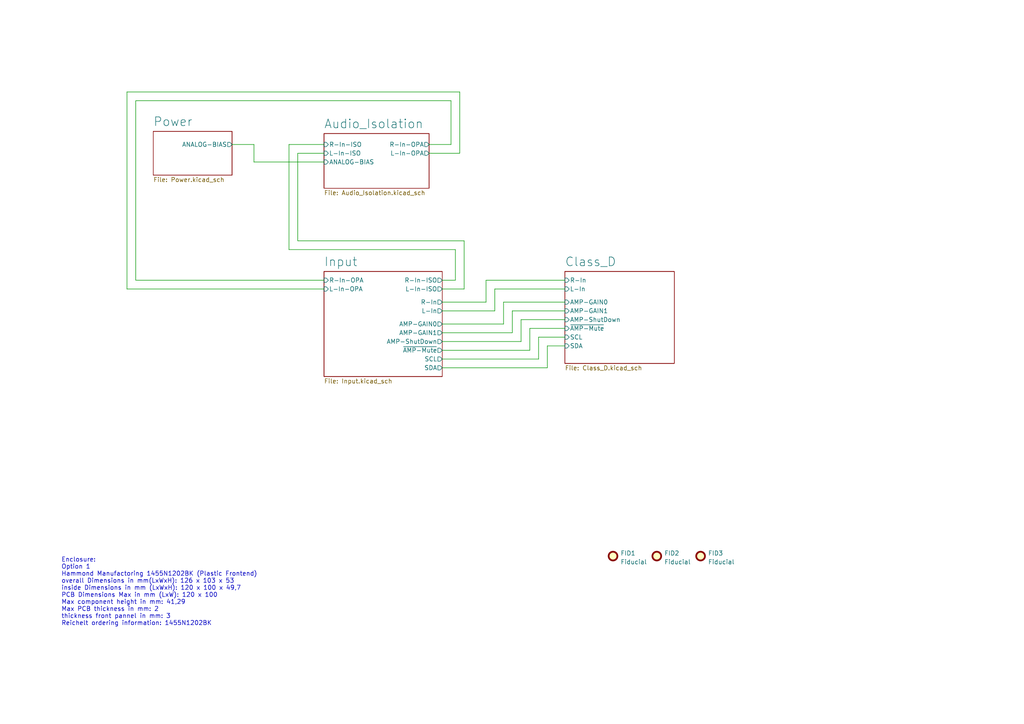
<source format=kicad_sch>
(kicad_sch (version 20211123) (generator eeschema)
  (paper "A4")
  (title_block (date "2020-05-23") (rev "1"))
  (lib_symbols
    (symbol "Mechanical:Fiducial"
      (property "Reference" "FID" (at 0 5.08 0))
      (property "Value" "Fiducial" (at 0 3.175 0))
      (symbol "Fiducial_0_1"
        (circle (center 0 0) (radius 1.27) (stroke (width 0.508)) (fill (type background)))
      )
    )
  )
  (wire (pts (xy 153.67 101.6) (xy 153.67 95.25)))
  (wire (pts (xy 156.21 97.79) (xy 163.83 97.79)))
  (wire (pts (xy 39.37 81.28) (xy 93.98 81.28)))
  (wire (pts (xy 83.82 72.39) (xy 83.82 41.91)))
  (wire (pts (xy 83.82 41.91) (xy 93.98 41.91)))
  (wire (pts (xy 36.83 83.82) (xy 93.98 83.82)))
  (wire (pts (xy 146.05 87.63) (xy 163.83 87.63)))
  (wire (pts (xy 73.66 41.91) (xy 73.66 46.99)))
  (wire (pts (xy 148.59 96.52) (xy 148.59 90.17)))
  (wire (pts (xy 86.36 69.85) (xy 134.62 69.85)))
  (wire (pts (xy 134.62 69.85) (xy 134.62 83.82)))
  (wire (pts (xy 133.35 26.67) (xy 36.83 26.67)))
  (wire (pts (xy 39.37 29.21) (xy 39.37 81.28)))
  (wire (pts (xy 128.27 90.17) (xy 143.51 90.17)))
  (wire (pts (xy 124.46 41.91) (xy 130.81 41.91)))
  (wire (pts (xy 128.27 87.63) (xy 140.97 87.63)))
  (wire (pts (xy 148.59 90.17) (xy 163.83 90.17)))
  (wire (pts (xy 73.66 46.99) (xy 93.98 46.99)))
  (wire (pts (xy 158.75 106.68) (xy 158.75 100.33)))
  (wire (pts (xy 153.67 95.25) (xy 163.83 95.25)))
  (wire (pts (xy 132.08 81.28) (xy 132.08 72.39)))
  (wire (pts (xy 128.27 83.82) (xy 134.62 83.82)))
  (wire (pts (xy 128.27 99.06) (xy 151.13 99.06)))
  (wire (pts (xy 86.36 44.45) (xy 86.36 69.85)))
  (wire (pts (xy 67.31 41.91) (xy 73.66 41.91)))
  (wire (pts (xy 128.27 101.6) (xy 153.67 101.6)))
  (wire (pts (xy 130.81 41.91) (xy 130.81 29.21)))
  (wire (pts (xy 140.97 81.28) (xy 163.83 81.28)))
  (wire (pts (xy 146.05 93.98) (xy 146.05 87.63)))
  (wire (pts (xy 156.21 104.14) (xy 156.21 97.79)))
  (wire (pts (xy 143.51 90.17) (xy 143.51 83.82)))
  (wire (pts (xy 128.27 106.68) (xy 158.75 106.68)))
  (wire (pts (xy 130.81 29.21) (xy 39.37 29.21)))
  (wire (pts (xy 36.83 26.67) (xy 36.83 83.82)))
  (wire (pts (xy 151.13 92.71) (xy 163.83 92.71)))
  (wire (pts (xy 124.46 44.45) (xy 133.35 44.45)))
  (wire (pts (xy 143.51 83.82) (xy 163.83 83.82)))
  (wire (pts (xy 132.08 72.39) (xy 83.82 72.39)))
  (wire (pts (xy 133.35 44.45) (xy 133.35 26.67)))
  (wire (pts (xy 158.75 100.33) (xy 163.83 100.33)))
  (wire (pts (xy 140.97 87.63) (xy 140.97 81.28)))
  (wire (pts (xy 128.27 96.52) (xy 148.59 96.52)))
  (wire (pts (xy 128.27 81.28) (xy 132.08 81.28)))
  (wire (pts (xy 128.27 93.98) (xy 146.05 93.98)))
  (wire (pts (xy 128.27 104.14) (xy 156.21 104.14)))
  (wire (pts (xy 151.13 99.06) (xy 151.13 92.71)))
  (wire (pts (xy 93.98 44.45) (xy 86.36 44.45)))
  (text "Enclosure:\nOption 1\nHammond Manufactoring 1455N1202BK (Plastic Frontend)\noverall Dimensions in mm(LxWxH): 126 x 103 x 53\ninside Dimensions in mm (LxWxH): 120 x 100 x 49,7\nPCB Dimensions Max in mm (LxW): 120 x 100\nMax component height in mm: 41,29\nMax PCB thickness in mm: 2\nthickness front pannel in mm: 3\nReichelt ordering information: 1455N1202BK" (at 17.78 181.61 0) (effects (font (size 1.27 1.27)) (justify left bottom)))
  (symbol (lib_id "Mechanical:Fiducial") (at 177.8 161.29 0) (unit 1)
    (property "Reference" "FID1" (at 179.959 160.4553 0) (effects (justify left)))
    (property "Value" "Fiducial" (at 179.959 162.9922 0) (effects (justify left)))
    (property "Footprint" "Fiducial:Fiducial_1.5mm_Mask3mm" (effects hide))
  )
  (symbol (lib_id "Mechanical:Fiducial") (at 190.5 161.29 0) (unit 1)
    (property "Reference" "FID2" (at 192.659 160.4553 0) (effects (justify left)))
    (property "Value" "Fiducial" (at 192.659 162.9922 0) (effects (justify left)))
    (property "Footprint" "Fiducial:Fiducial_1.5mm_Mask3mm" (effects hide))
  )
  (symbol (lib_id "Mechanical:Fiducial") (at 203.2 161.29 0) (unit 1)
    (property "Reference" "FID3" (at 205.359 160.4553 0) (effects (justify left)))
    (property "Value" "Fiducial" (at 205.359 162.9922 0) (effects (justify left)))
    (property "Footprint" "Fiducial:Fiducial_1.5mm_Mask3mm" (effects hide))
  )
  (sheet (at 44.45 38.1) (size 22.86 12.7)
    (property "Sheet name" "Power" (at 44.45 36.7534 0) (effects (font (size 2.54 2.54)) (justify left bottom)))
    (property "Sheet file" "Power.kicad_sch" (at 44.45 51.3846 0) (effects (justify left top)))
    (pin "ANALOG-BIAS" output (at 67.31 41.91 0))
  )
  (sheet (at 93.98 78.74) (size 34.29 30.48)
    (property "Sheet name" "Input" (at 93.98 77.3934 0) (effects (font (size 2.54 2.54)) (justify left bottom)))
    (property "Sheet file" "Input.kicad_sch" (at 93.98 109.8046 0) (effects (justify left top)))
    (pin "R-In-ISO" output (at 128.27 81.28 0))
    (pin "L-In-ISO" output (at 128.27 83.82 0))
    (pin "R-In-OPA" input (at 93.98 81.28 180))
    (pin "R-In" output (at 128.27 87.63 0))
    (pin "L-In" output (at 128.27 90.17 0))
    (pin "L-In-OPA" input (at 93.98 83.82 180))
    (pin "AMP-GAIN1" output (at 128.27 96.52 0))
    (pin "SCL" output (at 128.27 104.14 0))
    (pin "SDA" output (at 128.27 106.68 0))
    (pin "AMP-GAIN0" output (at 128.27 93.98 0))
    (pin "AMP-ShutDown" output (at 128.27 99.06 0))
    (pin "~{AMP-Mute}" output (at 128.27 101.6 0))
  )
  (sheet (at 163.83 78.74) (size 31.75 26.67)
    (property "Sheet name" "Class_D" (at 163.83 77.3934 0) (effects (font (size 2.54 2.54)) (justify left bottom)))
    (property "Sheet file" "Class_D.kicad_sch" (at 163.83 105.9946 0) (effects (justify left top)))
    (pin "~{AMP-Mute}" input (at 163.83 95.25 180))
    (pin "AMP-GAIN0" input (at 163.83 87.63 180))
    (pin "SCL" input (at 163.83 97.79 180))
    (pin "SDA" input (at 163.83 100.33 180))
    (pin "AMP-GAIN1" input (at 163.83 90.17 180))
    (pin "AMP-ShutDown" input (at 163.83 92.71 180))
    (pin "R-In" input (at 163.83 81.28 180))
    (pin "L-In" input (at 163.83 83.82 180))
  )
  (sheet (at 93.98 38.735) (size 30.48 15.875)
    (property "Sheet name" "Audio_Isolation" (at 93.98 37.3884 0) (effects (font (size 2.54 2.54)) (justify left bottom)))
    (property "Sheet file" "Audio_Isolation.kicad_sch" (at 93.98 55.1946 0) (effects (justify left top)))
    (pin "R-In-OPA" output (at 124.46 41.91 0))
    (pin "L-In-OPA" output (at 124.46 44.45 0))
    (pin "ANALOG-BIAS" input (at 93.98 46.99 180))
    (pin "R-In-ISO" input (at 93.98 41.91 180))
    (pin "L-In-ISO" input (at 93.98 44.45 180))
  )
)
</source>
